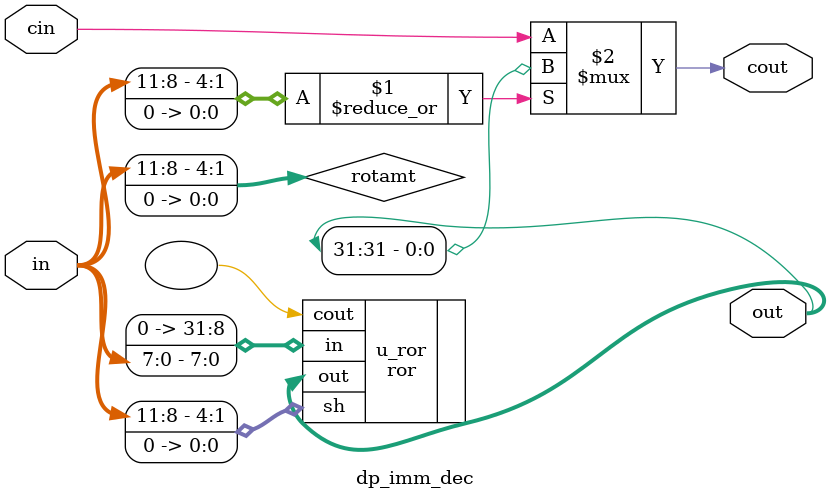
<source format=v>
module dp_imm_dec(
  input  [11:0] in,
  output [31:0] out,
  input         cin,
  output        cout
);

wire [4:0] rotamt;

assign rotamt = {in[11:8], 1'b0};

// verilator lint_off PINCONNECTEMPTY
ror u_ror(
  .in({24'b0, in[7:0]}),
  .sh(rotamt),
  .out(out),
  .cout()
);
// verilator lint_on PINCONNECTEMPTY

assign cout = |rotamt ? out[31] : cin ;

endmodule

</source>
